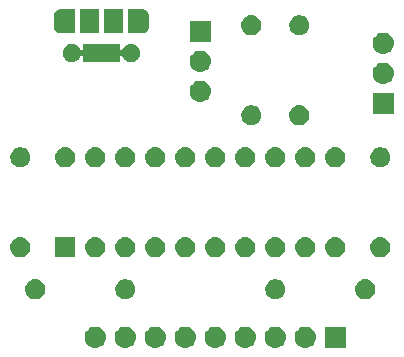
<source format=gbr>
G04 #@! TF.GenerationSoftware,KiCad,Pcbnew,(5.1.4)-1*
G04 #@! TF.CreationDate,2019-09-17T16:39:36-04:00*
G04 #@! TF.ProjectId,led_lock_ctrl,6c65645f-6c6f-4636-9b5f-6374726c2e6b,rev?*
G04 #@! TF.SameCoordinates,Original*
G04 #@! TF.FileFunction,Soldermask,Top*
G04 #@! TF.FilePolarity,Negative*
%FSLAX46Y46*%
G04 Gerber Fmt 4.6, Leading zero omitted, Abs format (unit mm)*
G04 Created by KiCad (PCBNEW (5.1.4)-1) date 2019-09-17 16:39:36*
%MOMM*%
%LPD*%
G04 APERTURE LIST*
%ADD10C,0.100000*%
G04 APERTURE END LIST*
D10*
G36*
X172576443Y-115691519D02*
G01*
X172642627Y-115698037D01*
X172812466Y-115749557D01*
X172968991Y-115833222D01*
X173004729Y-115862552D01*
X173106186Y-115945814D01*
X173189448Y-116047271D01*
X173218778Y-116083009D01*
X173302443Y-116239534D01*
X173353963Y-116409373D01*
X173371359Y-116586000D01*
X173353963Y-116762627D01*
X173302443Y-116932466D01*
X173218778Y-117088991D01*
X173189448Y-117124729D01*
X173106186Y-117226186D01*
X173004729Y-117309448D01*
X172968991Y-117338778D01*
X172812466Y-117422443D01*
X172642627Y-117473963D01*
X172576442Y-117480482D01*
X172510260Y-117487000D01*
X172421740Y-117487000D01*
X172355558Y-117480482D01*
X172289373Y-117473963D01*
X172119534Y-117422443D01*
X171963009Y-117338778D01*
X171927271Y-117309448D01*
X171825814Y-117226186D01*
X171742552Y-117124729D01*
X171713222Y-117088991D01*
X171629557Y-116932466D01*
X171578037Y-116762627D01*
X171560641Y-116586000D01*
X171578037Y-116409373D01*
X171629557Y-116239534D01*
X171713222Y-116083009D01*
X171742552Y-116047271D01*
X171825814Y-115945814D01*
X171927271Y-115862552D01*
X171963009Y-115833222D01*
X172119534Y-115749557D01*
X172289373Y-115698037D01*
X172355557Y-115691519D01*
X172421740Y-115685000D01*
X172510260Y-115685000D01*
X172576443Y-115691519D01*
X172576443Y-115691519D01*
G37*
G36*
X175116443Y-115691519D02*
G01*
X175182627Y-115698037D01*
X175352466Y-115749557D01*
X175508991Y-115833222D01*
X175544729Y-115862552D01*
X175646186Y-115945814D01*
X175729448Y-116047271D01*
X175758778Y-116083009D01*
X175842443Y-116239534D01*
X175893963Y-116409373D01*
X175911359Y-116586000D01*
X175893963Y-116762627D01*
X175842443Y-116932466D01*
X175758778Y-117088991D01*
X175729448Y-117124729D01*
X175646186Y-117226186D01*
X175544729Y-117309448D01*
X175508991Y-117338778D01*
X175352466Y-117422443D01*
X175182627Y-117473963D01*
X175116442Y-117480482D01*
X175050260Y-117487000D01*
X174961740Y-117487000D01*
X174895558Y-117480482D01*
X174829373Y-117473963D01*
X174659534Y-117422443D01*
X174503009Y-117338778D01*
X174467271Y-117309448D01*
X174365814Y-117226186D01*
X174282552Y-117124729D01*
X174253222Y-117088991D01*
X174169557Y-116932466D01*
X174118037Y-116762627D01*
X174100641Y-116586000D01*
X174118037Y-116409373D01*
X174169557Y-116239534D01*
X174253222Y-116083009D01*
X174282552Y-116047271D01*
X174365814Y-115945814D01*
X174467271Y-115862552D01*
X174503009Y-115833222D01*
X174659534Y-115749557D01*
X174829373Y-115698037D01*
X174895557Y-115691519D01*
X174961740Y-115685000D01*
X175050260Y-115685000D01*
X175116443Y-115691519D01*
X175116443Y-115691519D01*
G37*
G36*
X177656443Y-115691519D02*
G01*
X177722627Y-115698037D01*
X177892466Y-115749557D01*
X178048991Y-115833222D01*
X178084729Y-115862552D01*
X178186186Y-115945814D01*
X178269448Y-116047271D01*
X178298778Y-116083009D01*
X178382443Y-116239534D01*
X178433963Y-116409373D01*
X178451359Y-116586000D01*
X178433963Y-116762627D01*
X178382443Y-116932466D01*
X178298778Y-117088991D01*
X178269448Y-117124729D01*
X178186186Y-117226186D01*
X178084729Y-117309448D01*
X178048991Y-117338778D01*
X177892466Y-117422443D01*
X177722627Y-117473963D01*
X177656442Y-117480482D01*
X177590260Y-117487000D01*
X177501740Y-117487000D01*
X177435558Y-117480482D01*
X177369373Y-117473963D01*
X177199534Y-117422443D01*
X177043009Y-117338778D01*
X177007271Y-117309448D01*
X176905814Y-117226186D01*
X176822552Y-117124729D01*
X176793222Y-117088991D01*
X176709557Y-116932466D01*
X176658037Y-116762627D01*
X176640641Y-116586000D01*
X176658037Y-116409373D01*
X176709557Y-116239534D01*
X176793222Y-116083009D01*
X176822552Y-116047271D01*
X176905814Y-115945814D01*
X177007271Y-115862552D01*
X177043009Y-115833222D01*
X177199534Y-115749557D01*
X177369373Y-115698037D01*
X177435557Y-115691519D01*
X177501740Y-115685000D01*
X177590260Y-115685000D01*
X177656443Y-115691519D01*
X177656443Y-115691519D01*
G37*
G36*
X180196443Y-115691519D02*
G01*
X180262627Y-115698037D01*
X180432466Y-115749557D01*
X180588991Y-115833222D01*
X180624729Y-115862552D01*
X180726186Y-115945814D01*
X180809448Y-116047271D01*
X180838778Y-116083009D01*
X180922443Y-116239534D01*
X180973963Y-116409373D01*
X180991359Y-116586000D01*
X180973963Y-116762627D01*
X180922443Y-116932466D01*
X180838778Y-117088991D01*
X180809448Y-117124729D01*
X180726186Y-117226186D01*
X180624729Y-117309448D01*
X180588991Y-117338778D01*
X180432466Y-117422443D01*
X180262627Y-117473963D01*
X180196442Y-117480482D01*
X180130260Y-117487000D01*
X180041740Y-117487000D01*
X179975558Y-117480482D01*
X179909373Y-117473963D01*
X179739534Y-117422443D01*
X179583009Y-117338778D01*
X179547271Y-117309448D01*
X179445814Y-117226186D01*
X179362552Y-117124729D01*
X179333222Y-117088991D01*
X179249557Y-116932466D01*
X179198037Y-116762627D01*
X179180641Y-116586000D01*
X179198037Y-116409373D01*
X179249557Y-116239534D01*
X179333222Y-116083009D01*
X179362552Y-116047271D01*
X179445814Y-115945814D01*
X179547271Y-115862552D01*
X179583009Y-115833222D01*
X179739534Y-115749557D01*
X179909373Y-115698037D01*
X179975557Y-115691519D01*
X180041740Y-115685000D01*
X180130260Y-115685000D01*
X180196443Y-115691519D01*
X180196443Y-115691519D01*
G37*
G36*
X182736443Y-115691519D02*
G01*
X182802627Y-115698037D01*
X182972466Y-115749557D01*
X183128991Y-115833222D01*
X183164729Y-115862552D01*
X183266186Y-115945814D01*
X183349448Y-116047271D01*
X183378778Y-116083009D01*
X183462443Y-116239534D01*
X183513963Y-116409373D01*
X183531359Y-116586000D01*
X183513963Y-116762627D01*
X183462443Y-116932466D01*
X183378778Y-117088991D01*
X183349448Y-117124729D01*
X183266186Y-117226186D01*
X183164729Y-117309448D01*
X183128991Y-117338778D01*
X182972466Y-117422443D01*
X182802627Y-117473963D01*
X182736442Y-117480482D01*
X182670260Y-117487000D01*
X182581740Y-117487000D01*
X182515558Y-117480482D01*
X182449373Y-117473963D01*
X182279534Y-117422443D01*
X182123009Y-117338778D01*
X182087271Y-117309448D01*
X181985814Y-117226186D01*
X181902552Y-117124729D01*
X181873222Y-117088991D01*
X181789557Y-116932466D01*
X181738037Y-116762627D01*
X181720641Y-116586000D01*
X181738037Y-116409373D01*
X181789557Y-116239534D01*
X181873222Y-116083009D01*
X181902552Y-116047271D01*
X181985814Y-115945814D01*
X182087271Y-115862552D01*
X182123009Y-115833222D01*
X182279534Y-115749557D01*
X182449373Y-115698037D01*
X182515557Y-115691519D01*
X182581740Y-115685000D01*
X182670260Y-115685000D01*
X182736443Y-115691519D01*
X182736443Y-115691519D01*
G37*
G36*
X185276443Y-115691519D02*
G01*
X185342627Y-115698037D01*
X185512466Y-115749557D01*
X185668991Y-115833222D01*
X185704729Y-115862552D01*
X185806186Y-115945814D01*
X185889448Y-116047271D01*
X185918778Y-116083009D01*
X186002443Y-116239534D01*
X186053963Y-116409373D01*
X186071359Y-116586000D01*
X186053963Y-116762627D01*
X186002443Y-116932466D01*
X185918778Y-117088991D01*
X185889448Y-117124729D01*
X185806186Y-117226186D01*
X185704729Y-117309448D01*
X185668991Y-117338778D01*
X185512466Y-117422443D01*
X185342627Y-117473963D01*
X185276442Y-117480482D01*
X185210260Y-117487000D01*
X185121740Y-117487000D01*
X185055558Y-117480482D01*
X184989373Y-117473963D01*
X184819534Y-117422443D01*
X184663009Y-117338778D01*
X184627271Y-117309448D01*
X184525814Y-117226186D01*
X184442552Y-117124729D01*
X184413222Y-117088991D01*
X184329557Y-116932466D01*
X184278037Y-116762627D01*
X184260641Y-116586000D01*
X184278037Y-116409373D01*
X184329557Y-116239534D01*
X184413222Y-116083009D01*
X184442552Y-116047271D01*
X184525814Y-115945814D01*
X184627271Y-115862552D01*
X184663009Y-115833222D01*
X184819534Y-115749557D01*
X184989373Y-115698037D01*
X185055557Y-115691519D01*
X185121740Y-115685000D01*
X185210260Y-115685000D01*
X185276443Y-115691519D01*
X185276443Y-115691519D01*
G37*
G36*
X187816443Y-115691519D02*
G01*
X187882627Y-115698037D01*
X188052466Y-115749557D01*
X188208991Y-115833222D01*
X188244729Y-115862552D01*
X188346186Y-115945814D01*
X188429448Y-116047271D01*
X188458778Y-116083009D01*
X188542443Y-116239534D01*
X188593963Y-116409373D01*
X188611359Y-116586000D01*
X188593963Y-116762627D01*
X188542443Y-116932466D01*
X188458778Y-117088991D01*
X188429448Y-117124729D01*
X188346186Y-117226186D01*
X188244729Y-117309448D01*
X188208991Y-117338778D01*
X188052466Y-117422443D01*
X187882627Y-117473963D01*
X187816442Y-117480482D01*
X187750260Y-117487000D01*
X187661740Y-117487000D01*
X187595558Y-117480482D01*
X187529373Y-117473963D01*
X187359534Y-117422443D01*
X187203009Y-117338778D01*
X187167271Y-117309448D01*
X187065814Y-117226186D01*
X186982552Y-117124729D01*
X186953222Y-117088991D01*
X186869557Y-116932466D01*
X186818037Y-116762627D01*
X186800641Y-116586000D01*
X186818037Y-116409373D01*
X186869557Y-116239534D01*
X186953222Y-116083009D01*
X186982552Y-116047271D01*
X187065814Y-115945814D01*
X187167271Y-115862552D01*
X187203009Y-115833222D01*
X187359534Y-115749557D01*
X187529373Y-115698037D01*
X187595557Y-115691519D01*
X187661740Y-115685000D01*
X187750260Y-115685000D01*
X187816443Y-115691519D01*
X187816443Y-115691519D01*
G37*
G36*
X193687000Y-117487000D02*
G01*
X191885000Y-117487000D01*
X191885000Y-115685000D01*
X193687000Y-115685000D01*
X193687000Y-117487000D01*
X193687000Y-117487000D01*
G37*
G36*
X190356443Y-115691519D02*
G01*
X190422627Y-115698037D01*
X190592466Y-115749557D01*
X190748991Y-115833222D01*
X190784729Y-115862552D01*
X190886186Y-115945814D01*
X190969448Y-116047271D01*
X190998778Y-116083009D01*
X191082443Y-116239534D01*
X191133963Y-116409373D01*
X191151359Y-116586000D01*
X191133963Y-116762627D01*
X191082443Y-116932466D01*
X190998778Y-117088991D01*
X190969448Y-117124729D01*
X190886186Y-117226186D01*
X190784729Y-117309448D01*
X190748991Y-117338778D01*
X190592466Y-117422443D01*
X190422627Y-117473963D01*
X190356442Y-117480482D01*
X190290260Y-117487000D01*
X190201740Y-117487000D01*
X190135558Y-117480482D01*
X190069373Y-117473963D01*
X189899534Y-117422443D01*
X189743009Y-117338778D01*
X189707271Y-117309448D01*
X189605814Y-117226186D01*
X189522552Y-117124729D01*
X189493222Y-117088991D01*
X189409557Y-116932466D01*
X189358037Y-116762627D01*
X189340641Y-116586000D01*
X189358037Y-116409373D01*
X189409557Y-116239534D01*
X189493222Y-116083009D01*
X189522552Y-116047271D01*
X189605814Y-115945814D01*
X189707271Y-115862552D01*
X189743009Y-115833222D01*
X189899534Y-115749557D01*
X190069373Y-115698037D01*
X190135557Y-115691519D01*
X190201740Y-115685000D01*
X190290260Y-115685000D01*
X190356443Y-115691519D01*
X190356443Y-115691519D01*
G37*
G36*
X167552823Y-111683313D02*
G01*
X167713242Y-111731976D01*
X167780361Y-111767852D01*
X167861078Y-111810996D01*
X167990659Y-111917341D01*
X168097004Y-112046922D01*
X168097005Y-112046924D01*
X168176024Y-112194758D01*
X168224687Y-112355177D01*
X168241117Y-112522000D01*
X168224687Y-112688823D01*
X168176024Y-112849242D01*
X168135477Y-112925100D01*
X168097004Y-112997078D01*
X167990659Y-113126659D01*
X167861078Y-113233004D01*
X167861076Y-113233005D01*
X167713242Y-113312024D01*
X167552823Y-113360687D01*
X167427804Y-113373000D01*
X167344196Y-113373000D01*
X167219177Y-113360687D01*
X167058758Y-113312024D01*
X166910924Y-113233005D01*
X166910922Y-113233004D01*
X166781341Y-113126659D01*
X166674996Y-112997078D01*
X166636523Y-112925100D01*
X166595976Y-112849242D01*
X166547313Y-112688823D01*
X166530883Y-112522000D01*
X166547313Y-112355177D01*
X166595976Y-112194758D01*
X166674995Y-112046924D01*
X166674996Y-112046922D01*
X166781341Y-111917341D01*
X166910922Y-111810996D01*
X166991639Y-111767852D01*
X167058758Y-111731976D01*
X167219177Y-111683313D01*
X167344196Y-111671000D01*
X167427804Y-111671000D01*
X167552823Y-111683313D01*
X167552823Y-111683313D01*
G37*
G36*
X175254228Y-111703703D02*
G01*
X175409100Y-111767853D01*
X175548481Y-111860985D01*
X175667015Y-111979519D01*
X175760147Y-112118900D01*
X175824297Y-112273772D01*
X175857000Y-112438184D01*
X175857000Y-112605816D01*
X175824297Y-112770228D01*
X175760147Y-112925100D01*
X175667015Y-113064481D01*
X175548481Y-113183015D01*
X175409100Y-113276147D01*
X175254228Y-113340297D01*
X175089816Y-113373000D01*
X174922184Y-113373000D01*
X174757772Y-113340297D01*
X174602900Y-113276147D01*
X174463519Y-113183015D01*
X174344985Y-113064481D01*
X174251853Y-112925100D01*
X174187703Y-112770228D01*
X174155000Y-112605816D01*
X174155000Y-112438184D01*
X174187703Y-112273772D01*
X174251853Y-112118900D01*
X174344985Y-111979519D01*
X174463519Y-111860985D01*
X174602900Y-111767853D01*
X174757772Y-111703703D01*
X174922184Y-111671000D01*
X175089816Y-111671000D01*
X175254228Y-111703703D01*
X175254228Y-111703703D01*
G37*
G36*
X187954228Y-111703703D02*
G01*
X188109100Y-111767853D01*
X188248481Y-111860985D01*
X188367015Y-111979519D01*
X188460147Y-112118900D01*
X188524297Y-112273772D01*
X188557000Y-112438184D01*
X188557000Y-112605816D01*
X188524297Y-112770228D01*
X188460147Y-112925100D01*
X188367015Y-113064481D01*
X188248481Y-113183015D01*
X188109100Y-113276147D01*
X187954228Y-113340297D01*
X187789816Y-113373000D01*
X187622184Y-113373000D01*
X187457772Y-113340297D01*
X187302900Y-113276147D01*
X187163519Y-113183015D01*
X187044985Y-113064481D01*
X186951853Y-112925100D01*
X186887703Y-112770228D01*
X186855000Y-112605816D01*
X186855000Y-112438184D01*
X186887703Y-112273772D01*
X186951853Y-112118900D01*
X187044985Y-111979519D01*
X187163519Y-111860985D01*
X187302900Y-111767853D01*
X187457772Y-111703703D01*
X187622184Y-111671000D01*
X187789816Y-111671000D01*
X187954228Y-111703703D01*
X187954228Y-111703703D01*
G37*
G36*
X195492823Y-111683313D02*
G01*
X195653242Y-111731976D01*
X195720361Y-111767852D01*
X195801078Y-111810996D01*
X195930659Y-111917341D01*
X196037004Y-112046922D01*
X196037005Y-112046924D01*
X196116024Y-112194758D01*
X196164687Y-112355177D01*
X196181117Y-112522000D01*
X196164687Y-112688823D01*
X196116024Y-112849242D01*
X196075477Y-112925100D01*
X196037004Y-112997078D01*
X195930659Y-113126659D01*
X195801078Y-113233004D01*
X195801076Y-113233005D01*
X195653242Y-113312024D01*
X195492823Y-113360687D01*
X195367804Y-113373000D01*
X195284196Y-113373000D01*
X195159177Y-113360687D01*
X194998758Y-113312024D01*
X194850924Y-113233005D01*
X194850922Y-113233004D01*
X194721341Y-113126659D01*
X194614996Y-112997078D01*
X194576523Y-112925100D01*
X194535976Y-112849242D01*
X194487313Y-112688823D01*
X194470883Y-112522000D01*
X194487313Y-112355177D01*
X194535976Y-112194758D01*
X194614995Y-112046924D01*
X194614996Y-112046922D01*
X194721341Y-111917341D01*
X194850922Y-111810996D01*
X194931639Y-111767852D01*
X194998758Y-111731976D01*
X195159177Y-111683313D01*
X195284196Y-111671000D01*
X195367804Y-111671000D01*
X195492823Y-111683313D01*
X195492823Y-111683313D01*
G37*
G36*
X185332823Y-108127313D02*
G01*
X185493242Y-108175976D01*
X185625906Y-108246886D01*
X185641078Y-108254996D01*
X185770659Y-108361341D01*
X185877004Y-108490922D01*
X185877005Y-108490924D01*
X185956024Y-108638758D01*
X186004687Y-108799177D01*
X186021117Y-108966000D01*
X186004687Y-109132823D01*
X185956024Y-109293242D01*
X185885114Y-109425906D01*
X185877004Y-109441078D01*
X185770659Y-109570659D01*
X185641078Y-109677004D01*
X185641076Y-109677005D01*
X185493242Y-109756024D01*
X185332823Y-109804687D01*
X185207804Y-109817000D01*
X185124196Y-109817000D01*
X184999177Y-109804687D01*
X184838758Y-109756024D01*
X184690924Y-109677005D01*
X184690922Y-109677004D01*
X184561341Y-109570659D01*
X184454996Y-109441078D01*
X184446886Y-109425906D01*
X184375976Y-109293242D01*
X184327313Y-109132823D01*
X184310883Y-108966000D01*
X184327313Y-108799177D01*
X184375976Y-108638758D01*
X184454995Y-108490924D01*
X184454996Y-108490922D01*
X184561341Y-108361341D01*
X184690922Y-108254996D01*
X184706094Y-108246886D01*
X184838758Y-108175976D01*
X184999177Y-108127313D01*
X185124196Y-108115000D01*
X185207804Y-108115000D01*
X185332823Y-108127313D01*
X185332823Y-108127313D01*
G37*
G36*
X172632823Y-108127313D02*
G01*
X172793242Y-108175976D01*
X172925906Y-108246886D01*
X172941078Y-108254996D01*
X173070659Y-108361341D01*
X173177004Y-108490922D01*
X173177005Y-108490924D01*
X173256024Y-108638758D01*
X173304687Y-108799177D01*
X173321117Y-108966000D01*
X173304687Y-109132823D01*
X173256024Y-109293242D01*
X173185114Y-109425906D01*
X173177004Y-109441078D01*
X173070659Y-109570659D01*
X172941078Y-109677004D01*
X172941076Y-109677005D01*
X172793242Y-109756024D01*
X172632823Y-109804687D01*
X172507804Y-109817000D01*
X172424196Y-109817000D01*
X172299177Y-109804687D01*
X172138758Y-109756024D01*
X171990924Y-109677005D01*
X171990922Y-109677004D01*
X171861341Y-109570659D01*
X171754996Y-109441078D01*
X171746886Y-109425906D01*
X171675976Y-109293242D01*
X171627313Y-109132823D01*
X171610883Y-108966000D01*
X171627313Y-108799177D01*
X171675976Y-108638758D01*
X171754995Y-108490924D01*
X171754996Y-108490922D01*
X171861341Y-108361341D01*
X171990922Y-108254996D01*
X172006094Y-108246886D01*
X172138758Y-108175976D01*
X172299177Y-108127313D01*
X172424196Y-108115000D01*
X172507804Y-108115000D01*
X172632823Y-108127313D01*
X172632823Y-108127313D01*
G37*
G36*
X175172823Y-108127313D02*
G01*
X175333242Y-108175976D01*
X175465906Y-108246886D01*
X175481078Y-108254996D01*
X175610659Y-108361341D01*
X175717004Y-108490922D01*
X175717005Y-108490924D01*
X175796024Y-108638758D01*
X175844687Y-108799177D01*
X175861117Y-108966000D01*
X175844687Y-109132823D01*
X175796024Y-109293242D01*
X175725114Y-109425906D01*
X175717004Y-109441078D01*
X175610659Y-109570659D01*
X175481078Y-109677004D01*
X175481076Y-109677005D01*
X175333242Y-109756024D01*
X175172823Y-109804687D01*
X175047804Y-109817000D01*
X174964196Y-109817000D01*
X174839177Y-109804687D01*
X174678758Y-109756024D01*
X174530924Y-109677005D01*
X174530922Y-109677004D01*
X174401341Y-109570659D01*
X174294996Y-109441078D01*
X174286886Y-109425906D01*
X174215976Y-109293242D01*
X174167313Y-109132823D01*
X174150883Y-108966000D01*
X174167313Y-108799177D01*
X174215976Y-108638758D01*
X174294995Y-108490924D01*
X174294996Y-108490922D01*
X174401341Y-108361341D01*
X174530922Y-108254996D01*
X174546094Y-108246886D01*
X174678758Y-108175976D01*
X174839177Y-108127313D01*
X174964196Y-108115000D01*
X175047804Y-108115000D01*
X175172823Y-108127313D01*
X175172823Y-108127313D01*
G37*
G36*
X177712823Y-108127313D02*
G01*
X177873242Y-108175976D01*
X178005906Y-108246886D01*
X178021078Y-108254996D01*
X178150659Y-108361341D01*
X178257004Y-108490922D01*
X178257005Y-108490924D01*
X178336024Y-108638758D01*
X178384687Y-108799177D01*
X178401117Y-108966000D01*
X178384687Y-109132823D01*
X178336024Y-109293242D01*
X178265114Y-109425906D01*
X178257004Y-109441078D01*
X178150659Y-109570659D01*
X178021078Y-109677004D01*
X178021076Y-109677005D01*
X177873242Y-109756024D01*
X177712823Y-109804687D01*
X177587804Y-109817000D01*
X177504196Y-109817000D01*
X177379177Y-109804687D01*
X177218758Y-109756024D01*
X177070924Y-109677005D01*
X177070922Y-109677004D01*
X176941341Y-109570659D01*
X176834996Y-109441078D01*
X176826886Y-109425906D01*
X176755976Y-109293242D01*
X176707313Y-109132823D01*
X176690883Y-108966000D01*
X176707313Y-108799177D01*
X176755976Y-108638758D01*
X176834995Y-108490924D01*
X176834996Y-108490922D01*
X176941341Y-108361341D01*
X177070922Y-108254996D01*
X177086094Y-108246886D01*
X177218758Y-108175976D01*
X177379177Y-108127313D01*
X177504196Y-108115000D01*
X177587804Y-108115000D01*
X177712823Y-108127313D01*
X177712823Y-108127313D01*
G37*
G36*
X180252823Y-108127313D02*
G01*
X180413242Y-108175976D01*
X180545906Y-108246886D01*
X180561078Y-108254996D01*
X180690659Y-108361341D01*
X180797004Y-108490922D01*
X180797005Y-108490924D01*
X180876024Y-108638758D01*
X180924687Y-108799177D01*
X180941117Y-108966000D01*
X180924687Y-109132823D01*
X180876024Y-109293242D01*
X180805114Y-109425906D01*
X180797004Y-109441078D01*
X180690659Y-109570659D01*
X180561078Y-109677004D01*
X180561076Y-109677005D01*
X180413242Y-109756024D01*
X180252823Y-109804687D01*
X180127804Y-109817000D01*
X180044196Y-109817000D01*
X179919177Y-109804687D01*
X179758758Y-109756024D01*
X179610924Y-109677005D01*
X179610922Y-109677004D01*
X179481341Y-109570659D01*
X179374996Y-109441078D01*
X179366886Y-109425906D01*
X179295976Y-109293242D01*
X179247313Y-109132823D01*
X179230883Y-108966000D01*
X179247313Y-108799177D01*
X179295976Y-108638758D01*
X179374995Y-108490924D01*
X179374996Y-108490922D01*
X179481341Y-108361341D01*
X179610922Y-108254996D01*
X179626094Y-108246886D01*
X179758758Y-108175976D01*
X179919177Y-108127313D01*
X180044196Y-108115000D01*
X180127804Y-108115000D01*
X180252823Y-108127313D01*
X180252823Y-108127313D01*
G37*
G36*
X170777000Y-109817000D02*
G01*
X169075000Y-109817000D01*
X169075000Y-108115000D01*
X170777000Y-108115000D01*
X170777000Y-109817000D01*
X170777000Y-109817000D01*
G37*
G36*
X166282823Y-108127313D02*
G01*
X166443242Y-108175976D01*
X166575906Y-108246886D01*
X166591078Y-108254996D01*
X166720659Y-108361341D01*
X166827004Y-108490922D01*
X166827005Y-108490924D01*
X166906024Y-108638758D01*
X166954687Y-108799177D01*
X166971117Y-108966000D01*
X166954687Y-109132823D01*
X166906024Y-109293242D01*
X166835114Y-109425906D01*
X166827004Y-109441078D01*
X166720659Y-109570659D01*
X166591078Y-109677004D01*
X166591076Y-109677005D01*
X166443242Y-109756024D01*
X166282823Y-109804687D01*
X166157804Y-109817000D01*
X166074196Y-109817000D01*
X165949177Y-109804687D01*
X165788758Y-109756024D01*
X165640924Y-109677005D01*
X165640922Y-109677004D01*
X165511341Y-109570659D01*
X165404996Y-109441078D01*
X165396886Y-109425906D01*
X165325976Y-109293242D01*
X165277313Y-109132823D01*
X165260883Y-108966000D01*
X165277313Y-108799177D01*
X165325976Y-108638758D01*
X165404995Y-108490924D01*
X165404996Y-108490922D01*
X165511341Y-108361341D01*
X165640922Y-108254996D01*
X165656094Y-108246886D01*
X165788758Y-108175976D01*
X165949177Y-108127313D01*
X166074196Y-108115000D01*
X166157804Y-108115000D01*
X166282823Y-108127313D01*
X166282823Y-108127313D01*
G37*
G36*
X196762823Y-108127313D02*
G01*
X196923242Y-108175976D01*
X197055906Y-108246886D01*
X197071078Y-108254996D01*
X197200659Y-108361341D01*
X197307004Y-108490922D01*
X197307005Y-108490924D01*
X197386024Y-108638758D01*
X197434687Y-108799177D01*
X197451117Y-108966000D01*
X197434687Y-109132823D01*
X197386024Y-109293242D01*
X197315114Y-109425906D01*
X197307004Y-109441078D01*
X197200659Y-109570659D01*
X197071078Y-109677004D01*
X197071076Y-109677005D01*
X196923242Y-109756024D01*
X196762823Y-109804687D01*
X196637804Y-109817000D01*
X196554196Y-109817000D01*
X196429177Y-109804687D01*
X196268758Y-109756024D01*
X196120924Y-109677005D01*
X196120922Y-109677004D01*
X195991341Y-109570659D01*
X195884996Y-109441078D01*
X195876886Y-109425906D01*
X195805976Y-109293242D01*
X195757313Y-109132823D01*
X195740883Y-108966000D01*
X195757313Y-108799177D01*
X195805976Y-108638758D01*
X195884995Y-108490924D01*
X195884996Y-108490922D01*
X195991341Y-108361341D01*
X196120922Y-108254996D01*
X196136094Y-108246886D01*
X196268758Y-108175976D01*
X196429177Y-108127313D01*
X196554196Y-108115000D01*
X196637804Y-108115000D01*
X196762823Y-108127313D01*
X196762823Y-108127313D01*
G37*
G36*
X190412823Y-108127313D02*
G01*
X190573242Y-108175976D01*
X190705906Y-108246886D01*
X190721078Y-108254996D01*
X190850659Y-108361341D01*
X190957004Y-108490922D01*
X190957005Y-108490924D01*
X191036024Y-108638758D01*
X191084687Y-108799177D01*
X191101117Y-108966000D01*
X191084687Y-109132823D01*
X191036024Y-109293242D01*
X190965114Y-109425906D01*
X190957004Y-109441078D01*
X190850659Y-109570659D01*
X190721078Y-109677004D01*
X190721076Y-109677005D01*
X190573242Y-109756024D01*
X190412823Y-109804687D01*
X190287804Y-109817000D01*
X190204196Y-109817000D01*
X190079177Y-109804687D01*
X189918758Y-109756024D01*
X189770924Y-109677005D01*
X189770922Y-109677004D01*
X189641341Y-109570659D01*
X189534996Y-109441078D01*
X189526886Y-109425906D01*
X189455976Y-109293242D01*
X189407313Y-109132823D01*
X189390883Y-108966000D01*
X189407313Y-108799177D01*
X189455976Y-108638758D01*
X189534995Y-108490924D01*
X189534996Y-108490922D01*
X189641341Y-108361341D01*
X189770922Y-108254996D01*
X189786094Y-108246886D01*
X189918758Y-108175976D01*
X190079177Y-108127313D01*
X190204196Y-108115000D01*
X190287804Y-108115000D01*
X190412823Y-108127313D01*
X190412823Y-108127313D01*
G37*
G36*
X187872823Y-108127313D02*
G01*
X188033242Y-108175976D01*
X188165906Y-108246886D01*
X188181078Y-108254996D01*
X188310659Y-108361341D01*
X188417004Y-108490922D01*
X188417005Y-108490924D01*
X188496024Y-108638758D01*
X188544687Y-108799177D01*
X188561117Y-108966000D01*
X188544687Y-109132823D01*
X188496024Y-109293242D01*
X188425114Y-109425906D01*
X188417004Y-109441078D01*
X188310659Y-109570659D01*
X188181078Y-109677004D01*
X188181076Y-109677005D01*
X188033242Y-109756024D01*
X187872823Y-109804687D01*
X187747804Y-109817000D01*
X187664196Y-109817000D01*
X187539177Y-109804687D01*
X187378758Y-109756024D01*
X187230924Y-109677005D01*
X187230922Y-109677004D01*
X187101341Y-109570659D01*
X186994996Y-109441078D01*
X186986886Y-109425906D01*
X186915976Y-109293242D01*
X186867313Y-109132823D01*
X186850883Y-108966000D01*
X186867313Y-108799177D01*
X186915976Y-108638758D01*
X186994995Y-108490924D01*
X186994996Y-108490922D01*
X187101341Y-108361341D01*
X187230922Y-108254996D01*
X187246094Y-108246886D01*
X187378758Y-108175976D01*
X187539177Y-108127313D01*
X187664196Y-108115000D01*
X187747804Y-108115000D01*
X187872823Y-108127313D01*
X187872823Y-108127313D01*
G37*
G36*
X182792823Y-108127313D02*
G01*
X182953242Y-108175976D01*
X183085906Y-108246886D01*
X183101078Y-108254996D01*
X183230659Y-108361341D01*
X183337004Y-108490922D01*
X183337005Y-108490924D01*
X183416024Y-108638758D01*
X183464687Y-108799177D01*
X183481117Y-108966000D01*
X183464687Y-109132823D01*
X183416024Y-109293242D01*
X183345114Y-109425906D01*
X183337004Y-109441078D01*
X183230659Y-109570659D01*
X183101078Y-109677004D01*
X183101076Y-109677005D01*
X182953242Y-109756024D01*
X182792823Y-109804687D01*
X182667804Y-109817000D01*
X182584196Y-109817000D01*
X182459177Y-109804687D01*
X182298758Y-109756024D01*
X182150924Y-109677005D01*
X182150922Y-109677004D01*
X182021341Y-109570659D01*
X181914996Y-109441078D01*
X181906886Y-109425906D01*
X181835976Y-109293242D01*
X181787313Y-109132823D01*
X181770883Y-108966000D01*
X181787313Y-108799177D01*
X181835976Y-108638758D01*
X181914995Y-108490924D01*
X181914996Y-108490922D01*
X182021341Y-108361341D01*
X182150922Y-108254996D01*
X182166094Y-108246886D01*
X182298758Y-108175976D01*
X182459177Y-108127313D01*
X182584196Y-108115000D01*
X182667804Y-108115000D01*
X182792823Y-108127313D01*
X182792823Y-108127313D01*
G37*
G36*
X192952823Y-108127313D02*
G01*
X193113242Y-108175976D01*
X193245906Y-108246886D01*
X193261078Y-108254996D01*
X193390659Y-108361341D01*
X193497004Y-108490922D01*
X193497005Y-108490924D01*
X193576024Y-108638758D01*
X193624687Y-108799177D01*
X193641117Y-108966000D01*
X193624687Y-109132823D01*
X193576024Y-109293242D01*
X193505114Y-109425906D01*
X193497004Y-109441078D01*
X193390659Y-109570659D01*
X193261078Y-109677004D01*
X193261076Y-109677005D01*
X193113242Y-109756024D01*
X192952823Y-109804687D01*
X192827804Y-109817000D01*
X192744196Y-109817000D01*
X192619177Y-109804687D01*
X192458758Y-109756024D01*
X192310924Y-109677005D01*
X192310922Y-109677004D01*
X192181341Y-109570659D01*
X192074996Y-109441078D01*
X192066886Y-109425906D01*
X191995976Y-109293242D01*
X191947313Y-109132823D01*
X191930883Y-108966000D01*
X191947313Y-108799177D01*
X191995976Y-108638758D01*
X192074995Y-108490924D01*
X192074996Y-108490922D01*
X192181341Y-108361341D01*
X192310922Y-108254996D01*
X192326094Y-108246886D01*
X192458758Y-108175976D01*
X192619177Y-108127313D01*
X192744196Y-108115000D01*
X192827804Y-108115000D01*
X192952823Y-108127313D01*
X192952823Y-108127313D01*
G37*
G36*
X182792823Y-100507313D02*
G01*
X182953242Y-100555976D01*
X183020361Y-100591852D01*
X183101078Y-100634996D01*
X183230659Y-100741341D01*
X183337004Y-100870922D01*
X183337005Y-100870924D01*
X183416024Y-101018758D01*
X183464687Y-101179177D01*
X183481117Y-101346000D01*
X183464687Y-101512823D01*
X183416024Y-101673242D01*
X183375477Y-101749100D01*
X183337004Y-101821078D01*
X183230659Y-101950659D01*
X183101078Y-102057004D01*
X183101076Y-102057005D01*
X182953242Y-102136024D01*
X182792823Y-102184687D01*
X182667804Y-102197000D01*
X182584196Y-102197000D01*
X182459177Y-102184687D01*
X182298758Y-102136024D01*
X182150924Y-102057005D01*
X182150922Y-102057004D01*
X182021341Y-101950659D01*
X181914996Y-101821078D01*
X181876523Y-101749100D01*
X181835976Y-101673242D01*
X181787313Y-101512823D01*
X181770883Y-101346000D01*
X181787313Y-101179177D01*
X181835976Y-101018758D01*
X181914995Y-100870924D01*
X181914996Y-100870922D01*
X182021341Y-100741341D01*
X182150922Y-100634996D01*
X182231639Y-100591852D01*
X182298758Y-100555976D01*
X182459177Y-100507313D01*
X182584196Y-100495000D01*
X182667804Y-100495000D01*
X182792823Y-100507313D01*
X182792823Y-100507313D01*
G37*
G36*
X166364228Y-100527703D02*
G01*
X166519100Y-100591853D01*
X166658481Y-100684985D01*
X166777015Y-100803519D01*
X166870147Y-100942900D01*
X166934297Y-101097772D01*
X166967000Y-101262184D01*
X166967000Y-101429816D01*
X166934297Y-101594228D01*
X166870147Y-101749100D01*
X166777015Y-101888481D01*
X166658481Y-102007015D01*
X166519100Y-102100147D01*
X166364228Y-102164297D01*
X166199816Y-102197000D01*
X166032184Y-102197000D01*
X165867772Y-102164297D01*
X165712900Y-102100147D01*
X165573519Y-102007015D01*
X165454985Y-101888481D01*
X165361853Y-101749100D01*
X165297703Y-101594228D01*
X165265000Y-101429816D01*
X165265000Y-101262184D01*
X165297703Y-101097772D01*
X165361853Y-100942900D01*
X165454985Y-100803519D01*
X165573519Y-100684985D01*
X165712900Y-100591853D01*
X165867772Y-100527703D01*
X166032184Y-100495000D01*
X166199816Y-100495000D01*
X166364228Y-100527703D01*
X166364228Y-100527703D01*
G37*
G36*
X170092823Y-100507313D02*
G01*
X170253242Y-100555976D01*
X170320361Y-100591852D01*
X170401078Y-100634996D01*
X170530659Y-100741341D01*
X170637004Y-100870922D01*
X170637005Y-100870924D01*
X170716024Y-101018758D01*
X170764687Y-101179177D01*
X170781117Y-101346000D01*
X170764687Y-101512823D01*
X170716024Y-101673242D01*
X170675477Y-101749100D01*
X170637004Y-101821078D01*
X170530659Y-101950659D01*
X170401078Y-102057004D01*
X170401076Y-102057005D01*
X170253242Y-102136024D01*
X170092823Y-102184687D01*
X169967804Y-102197000D01*
X169884196Y-102197000D01*
X169759177Y-102184687D01*
X169598758Y-102136024D01*
X169450924Y-102057005D01*
X169450922Y-102057004D01*
X169321341Y-101950659D01*
X169214996Y-101821078D01*
X169176523Y-101749100D01*
X169135976Y-101673242D01*
X169087313Y-101512823D01*
X169070883Y-101346000D01*
X169087313Y-101179177D01*
X169135976Y-101018758D01*
X169214995Y-100870924D01*
X169214996Y-100870922D01*
X169321341Y-100741341D01*
X169450922Y-100634996D01*
X169531639Y-100591852D01*
X169598758Y-100555976D01*
X169759177Y-100507313D01*
X169884196Y-100495000D01*
X169967804Y-100495000D01*
X170092823Y-100507313D01*
X170092823Y-100507313D01*
G37*
G36*
X172632823Y-100507313D02*
G01*
X172793242Y-100555976D01*
X172860361Y-100591852D01*
X172941078Y-100634996D01*
X173070659Y-100741341D01*
X173177004Y-100870922D01*
X173177005Y-100870924D01*
X173256024Y-101018758D01*
X173304687Y-101179177D01*
X173321117Y-101346000D01*
X173304687Y-101512823D01*
X173256024Y-101673242D01*
X173215477Y-101749100D01*
X173177004Y-101821078D01*
X173070659Y-101950659D01*
X172941078Y-102057004D01*
X172941076Y-102057005D01*
X172793242Y-102136024D01*
X172632823Y-102184687D01*
X172507804Y-102197000D01*
X172424196Y-102197000D01*
X172299177Y-102184687D01*
X172138758Y-102136024D01*
X171990924Y-102057005D01*
X171990922Y-102057004D01*
X171861341Y-101950659D01*
X171754996Y-101821078D01*
X171716523Y-101749100D01*
X171675976Y-101673242D01*
X171627313Y-101512823D01*
X171610883Y-101346000D01*
X171627313Y-101179177D01*
X171675976Y-101018758D01*
X171754995Y-100870924D01*
X171754996Y-100870922D01*
X171861341Y-100741341D01*
X171990922Y-100634996D01*
X172071639Y-100591852D01*
X172138758Y-100555976D01*
X172299177Y-100507313D01*
X172424196Y-100495000D01*
X172507804Y-100495000D01*
X172632823Y-100507313D01*
X172632823Y-100507313D01*
G37*
G36*
X175172823Y-100507313D02*
G01*
X175333242Y-100555976D01*
X175400361Y-100591852D01*
X175481078Y-100634996D01*
X175610659Y-100741341D01*
X175717004Y-100870922D01*
X175717005Y-100870924D01*
X175796024Y-101018758D01*
X175844687Y-101179177D01*
X175861117Y-101346000D01*
X175844687Y-101512823D01*
X175796024Y-101673242D01*
X175755477Y-101749100D01*
X175717004Y-101821078D01*
X175610659Y-101950659D01*
X175481078Y-102057004D01*
X175481076Y-102057005D01*
X175333242Y-102136024D01*
X175172823Y-102184687D01*
X175047804Y-102197000D01*
X174964196Y-102197000D01*
X174839177Y-102184687D01*
X174678758Y-102136024D01*
X174530924Y-102057005D01*
X174530922Y-102057004D01*
X174401341Y-101950659D01*
X174294996Y-101821078D01*
X174256523Y-101749100D01*
X174215976Y-101673242D01*
X174167313Y-101512823D01*
X174150883Y-101346000D01*
X174167313Y-101179177D01*
X174215976Y-101018758D01*
X174294995Y-100870924D01*
X174294996Y-100870922D01*
X174401341Y-100741341D01*
X174530922Y-100634996D01*
X174611639Y-100591852D01*
X174678758Y-100555976D01*
X174839177Y-100507313D01*
X174964196Y-100495000D01*
X175047804Y-100495000D01*
X175172823Y-100507313D01*
X175172823Y-100507313D01*
G37*
G36*
X192952823Y-100507313D02*
G01*
X193113242Y-100555976D01*
X193180361Y-100591852D01*
X193261078Y-100634996D01*
X193390659Y-100741341D01*
X193497004Y-100870922D01*
X193497005Y-100870924D01*
X193576024Y-101018758D01*
X193624687Y-101179177D01*
X193641117Y-101346000D01*
X193624687Y-101512823D01*
X193576024Y-101673242D01*
X193535477Y-101749100D01*
X193497004Y-101821078D01*
X193390659Y-101950659D01*
X193261078Y-102057004D01*
X193261076Y-102057005D01*
X193113242Y-102136024D01*
X192952823Y-102184687D01*
X192827804Y-102197000D01*
X192744196Y-102197000D01*
X192619177Y-102184687D01*
X192458758Y-102136024D01*
X192310924Y-102057005D01*
X192310922Y-102057004D01*
X192181341Y-101950659D01*
X192074996Y-101821078D01*
X192036523Y-101749100D01*
X191995976Y-101673242D01*
X191947313Y-101512823D01*
X191930883Y-101346000D01*
X191947313Y-101179177D01*
X191995976Y-101018758D01*
X192074995Y-100870924D01*
X192074996Y-100870922D01*
X192181341Y-100741341D01*
X192310922Y-100634996D01*
X192391639Y-100591852D01*
X192458758Y-100555976D01*
X192619177Y-100507313D01*
X192744196Y-100495000D01*
X192827804Y-100495000D01*
X192952823Y-100507313D01*
X192952823Y-100507313D01*
G37*
G36*
X187872823Y-100507313D02*
G01*
X188033242Y-100555976D01*
X188100361Y-100591852D01*
X188181078Y-100634996D01*
X188310659Y-100741341D01*
X188417004Y-100870922D01*
X188417005Y-100870924D01*
X188496024Y-101018758D01*
X188544687Y-101179177D01*
X188561117Y-101346000D01*
X188544687Y-101512823D01*
X188496024Y-101673242D01*
X188455477Y-101749100D01*
X188417004Y-101821078D01*
X188310659Y-101950659D01*
X188181078Y-102057004D01*
X188181076Y-102057005D01*
X188033242Y-102136024D01*
X187872823Y-102184687D01*
X187747804Y-102197000D01*
X187664196Y-102197000D01*
X187539177Y-102184687D01*
X187378758Y-102136024D01*
X187230924Y-102057005D01*
X187230922Y-102057004D01*
X187101341Y-101950659D01*
X186994996Y-101821078D01*
X186956523Y-101749100D01*
X186915976Y-101673242D01*
X186867313Y-101512823D01*
X186850883Y-101346000D01*
X186867313Y-101179177D01*
X186915976Y-101018758D01*
X186994995Y-100870924D01*
X186994996Y-100870922D01*
X187101341Y-100741341D01*
X187230922Y-100634996D01*
X187311639Y-100591852D01*
X187378758Y-100555976D01*
X187539177Y-100507313D01*
X187664196Y-100495000D01*
X187747804Y-100495000D01*
X187872823Y-100507313D01*
X187872823Y-100507313D01*
G37*
G36*
X185332823Y-100507313D02*
G01*
X185493242Y-100555976D01*
X185560361Y-100591852D01*
X185641078Y-100634996D01*
X185770659Y-100741341D01*
X185877004Y-100870922D01*
X185877005Y-100870924D01*
X185956024Y-101018758D01*
X186004687Y-101179177D01*
X186021117Y-101346000D01*
X186004687Y-101512823D01*
X185956024Y-101673242D01*
X185915477Y-101749100D01*
X185877004Y-101821078D01*
X185770659Y-101950659D01*
X185641078Y-102057004D01*
X185641076Y-102057005D01*
X185493242Y-102136024D01*
X185332823Y-102184687D01*
X185207804Y-102197000D01*
X185124196Y-102197000D01*
X184999177Y-102184687D01*
X184838758Y-102136024D01*
X184690924Y-102057005D01*
X184690922Y-102057004D01*
X184561341Y-101950659D01*
X184454996Y-101821078D01*
X184416523Y-101749100D01*
X184375976Y-101673242D01*
X184327313Y-101512823D01*
X184310883Y-101346000D01*
X184327313Y-101179177D01*
X184375976Y-101018758D01*
X184454995Y-100870924D01*
X184454996Y-100870922D01*
X184561341Y-100741341D01*
X184690922Y-100634996D01*
X184771639Y-100591852D01*
X184838758Y-100555976D01*
X184999177Y-100507313D01*
X185124196Y-100495000D01*
X185207804Y-100495000D01*
X185332823Y-100507313D01*
X185332823Y-100507313D01*
G37*
G36*
X180252823Y-100507313D02*
G01*
X180413242Y-100555976D01*
X180480361Y-100591852D01*
X180561078Y-100634996D01*
X180690659Y-100741341D01*
X180797004Y-100870922D01*
X180797005Y-100870924D01*
X180876024Y-101018758D01*
X180924687Y-101179177D01*
X180941117Y-101346000D01*
X180924687Y-101512823D01*
X180876024Y-101673242D01*
X180835477Y-101749100D01*
X180797004Y-101821078D01*
X180690659Y-101950659D01*
X180561078Y-102057004D01*
X180561076Y-102057005D01*
X180413242Y-102136024D01*
X180252823Y-102184687D01*
X180127804Y-102197000D01*
X180044196Y-102197000D01*
X179919177Y-102184687D01*
X179758758Y-102136024D01*
X179610924Y-102057005D01*
X179610922Y-102057004D01*
X179481341Y-101950659D01*
X179374996Y-101821078D01*
X179336523Y-101749100D01*
X179295976Y-101673242D01*
X179247313Y-101512823D01*
X179230883Y-101346000D01*
X179247313Y-101179177D01*
X179295976Y-101018758D01*
X179374995Y-100870924D01*
X179374996Y-100870922D01*
X179481341Y-100741341D01*
X179610922Y-100634996D01*
X179691639Y-100591852D01*
X179758758Y-100555976D01*
X179919177Y-100507313D01*
X180044196Y-100495000D01*
X180127804Y-100495000D01*
X180252823Y-100507313D01*
X180252823Y-100507313D01*
G37*
G36*
X196844228Y-100527703D02*
G01*
X196999100Y-100591853D01*
X197138481Y-100684985D01*
X197257015Y-100803519D01*
X197350147Y-100942900D01*
X197414297Y-101097772D01*
X197447000Y-101262184D01*
X197447000Y-101429816D01*
X197414297Y-101594228D01*
X197350147Y-101749100D01*
X197257015Y-101888481D01*
X197138481Y-102007015D01*
X196999100Y-102100147D01*
X196844228Y-102164297D01*
X196679816Y-102197000D01*
X196512184Y-102197000D01*
X196347772Y-102164297D01*
X196192900Y-102100147D01*
X196053519Y-102007015D01*
X195934985Y-101888481D01*
X195841853Y-101749100D01*
X195777703Y-101594228D01*
X195745000Y-101429816D01*
X195745000Y-101262184D01*
X195777703Y-101097772D01*
X195841853Y-100942900D01*
X195934985Y-100803519D01*
X196053519Y-100684985D01*
X196192900Y-100591853D01*
X196347772Y-100527703D01*
X196512184Y-100495000D01*
X196679816Y-100495000D01*
X196844228Y-100527703D01*
X196844228Y-100527703D01*
G37*
G36*
X177712823Y-100507313D02*
G01*
X177873242Y-100555976D01*
X177940361Y-100591852D01*
X178021078Y-100634996D01*
X178150659Y-100741341D01*
X178257004Y-100870922D01*
X178257005Y-100870924D01*
X178336024Y-101018758D01*
X178384687Y-101179177D01*
X178401117Y-101346000D01*
X178384687Y-101512823D01*
X178336024Y-101673242D01*
X178295477Y-101749100D01*
X178257004Y-101821078D01*
X178150659Y-101950659D01*
X178021078Y-102057004D01*
X178021076Y-102057005D01*
X177873242Y-102136024D01*
X177712823Y-102184687D01*
X177587804Y-102197000D01*
X177504196Y-102197000D01*
X177379177Y-102184687D01*
X177218758Y-102136024D01*
X177070924Y-102057005D01*
X177070922Y-102057004D01*
X176941341Y-101950659D01*
X176834996Y-101821078D01*
X176796523Y-101749100D01*
X176755976Y-101673242D01*
X176707313Y-101512823D01*
X176690883Y-101346000D01*
X176707313Y-101179177D01*
X176755976Y-101018758D01*
X176834995Y-100870924D01*
X176834996Y-100870922D01*
X176941341Y-100741341D01*
X177070922Y-100634996D01*
X177151639Y-100591852D01*
X177218758Y-100555976D01*
X177379177Y-100507313D01*
X177504196Y-100495000D01*
X177587804Y-100495000D01*
X177712823Y-100507313D01*
X177712823Y-100507313D01*
G37*
G36*
X190412823Y-100507313D02*
G01*
X190573242Y-100555976D01*
X190640361Y-100591852D01*
X190721078Y-100634996D01*
X190850659Y-100741341D01*
X190957004Y-100870922D01*
X190957005Y-100870924D01*
X191036024Y-101018758D01*
X191084687Y-101179177D01*
X191101117Y-101346000D01*
X191084687Y-101512823D01*
X191036024Y-101673242D01*
X190995477Y-101749100D01*
X190957004Y-101821078D01*
X190850659Y-101950659D01*
X190721078Y-102057004D01*
X190721076Y-102057005D01*
X190573242Y-102136024D01*
X190412823Y-102184687D01*
X190287804Y-102197000D01*
X190204196Y-102197000D01*
X190079177Y-102184687D01*
X189918758Y-102136024D01*
X189770924Y-102057005D01*
X189770922Y-102057004D01*
X189641341Y-101950659D01*
X189534996Y-101821078D01*
X189496523Y-101749100D01*
X189455976Y-101673242D01*
X189407313Y-101512823D01*
X189390883Y-101346000D01*
X189407313Y-101179177D01*
X189455976Y-101018758D01*
X189534995Y-100870924D01*
X189534996Y-100870922D01*
X189641341Y-100741341D01*
X189770922Y-100634996D01*
X189851639Y-100591852D01*
X189918758Y-100555976D01*
X190079177Y-100507313D01*
X190204196Y-100495000D01*
X190287804Y-100495000D01*
X190412823Y-100507313D01*
X190412823Y-100507313D01*
G37*
G36*
X189904823Y-96951313D02*
G01*
X190065242Y-96999976D01*
X190132361Y-97035852D01*
X190213078Y-97078996D01*
X190342659Y-97185341D01*
X190449004Y-97314922D01*
X190449005Y-97314924D01*
X190528024Y-97462758D01*
X190576687Y-97623177D01*
X190593117Y-97790000D01*
X190576687Y-97956823D01*
X190528024Y-98117242D01*
X190487477Y-98193100D01*
X190449004Y-98265078D01*
X190342659Y-98394659D01*
X190213078Y-98501004D01*
X190213076Y-98501005D01*
X190065242Y-98580024D01*
X189904823Y-98628687D01*
X189779804Y-98641000D01*
X189696196Y-98641000D01*
X189571177Y-98628687D01*
X189410758Y-98580024D01*
X189262924Y-98501005D01*
X189262922Y-98501004D01*
X189133341Y-98394659D01*
X189026996Y-98265078D01*
X188988523Y-98193100D01*
X188947976Y-98117242D01*
X188899313Y-97956823D01*
X188882883Y-97790000D01*
X188899313Y-97623177D01*
X188947976Y-97462758D01*
X189026995Y-97314924D01*
X189026996Y-97314922D01*
X189133341Y-97185341D01*
X189262922Y-97078996D01*
X189343639Y-97035852D01*
X189410758Y-96999976D01*
X189571177Y-96951313D01*
X189696196Y-96939000D01*
X189779804Y-96939000D01*
X189904823Y-96951313D01*
X189904823Y-96951313D01*
G37*
G36*
X185922228Y-96971703D02*
G01*
X186077100Y-97035853D01*
X186216481Y-97128985D01*
X186335015Y-97247519D01*
X186428147Y-97386900D01*
X186492297Y-97541772D01*
X186525000Y-97706184D01*
X186525000Y-97873816D01*
X186492297Y-98038228D01*
X186428147Y-98193100D01*
X186335015Y-98332481D01*
X186216481Y-98451015D01*
X186077100Y-98544147D01*
X185922228Y-98608297D01*
X185757816Y-98641000D01*
X185590184Y-98641000D01*
X185425772Y-98608297D01*
X185270900Y-98544147D01*
X185131519Y-98451015D01*
X185012985Y-98332481D01*
X184919853Y-98193100D01*
X184855703Y-98038228D01*
X184823000Y-97873816D01*
X184823000Y-97706184D01*
X184855703Y-97541772D01*
X184919853Y-97386900D01*
X185012985Y-97247519D01*
X185131519Y-97128985D01*
X185270900Y-97035853D01*
X185425772Y-96971703D01*
X185590184Y-96939000D01*
X185757816Y-96939000D01*
X185922228Y-96971703D01*
X185922228Y-96971703D01*
G37*
G36*
X197751000Y-97675000D02*
G01*
X195949000Y-97675000D01*
X195949000Y-95873000D01*
X197751000Y-95873000D01*
X197751000Y-97675000D01*
X197751000Y-97675000D01*
G37*
G36*
X181466443Y-94863519D02*
G01*
X181532627Y-94870037D01*
X181702466Y-94921557D01*
X181858991Y-95005222D01*
X181894729Y-95034552D01*
X181996186Y-95117814D01*
X182079448Y-95219271D01*
X182108778Y-95255009D01*
X182192443Y-95411534D01*
X182243963Y-95581373D01*
X182261359Y-95758000D01*
X182243963Y-95934627D01*
X182192443Y-96104466D01*
X182108778Y-96260991D01*
X182079448Y-96296729D01*
X181996186Y-96398186D01*
X181894729Y-96481448D01*
X181858991Y-96510778D01*
X181702466Y-96594443D01*
X181532627Y-96645963D01*
X181466443Y-96652481D01*
X181400260Y-96659000D01*
X181311740Y-96659000D01*
X181245558Y-96652482D01*
X181179373Y-96645963D01*
X181009534Y-96594443D01*
X180853009Y-96510778D01*
X180817271Y-96481448D01*
X180715814Y-96398186D01*
X180632552Y-96296729D01*
X180603222Y-96260991D01*
X180519557Y-96104466D01*
X180468037Y-95934627D01*
X180450641Y-95758000D01*
X180468037Y-95581373D01*
X180519557Y-95411534D01*
X180603222Y-95255009D01*
X180632552Y-95219271D01*
X180715814Y-95117814D01*
X180817271Y-95034552D01*
X180853009Y-95005222D01*
X181009534Y-94921557D01*
X181179373Y-94870037D01*
X181245558Y-94863518D01*
X181311740Y-94857000D01*
X181400260Y-94857000D01*
X181466443Y-94863519D01*
X181466443Y-94863519D01*
G37*
G36*
X196960442Y-93339518D02*
G01*
X197026627Y-93346037D01*
X197196466Y-93397557D01*
X197352991Y-93481222D01*
X197388729Y-93510552D01*
X197490186Y-93593814D01*
X197573448Y-93695271D01*
X197602778Y-93731009D01*
X197686443Y-93887534D01*
X197737963Y-94057373D01*
X197755359Y-94234000D01*
X197737963Y-94410627D01*
X197686443Y-94580466D01*
X197602778Y-94736991D01*
X197573448Y-94772729D01*
X197490186Y-94874186D01*
X197388729Y-94957448D01*
X197352991Y-94986778D01*
X197196466Y-95070443D01*
X197026627Y-95121963D01*
X196960442Y-95128482D01*
X196894260Y-95135000D01*
X196805740Y-95135000D01*
X196739558Y-95128482D01*
X196673373Y-95121963D01*
X196503534Y-95070443D01*
X196347009Y-94986778D01*
X196311271Y-94957448D01*
X196209814Y-94874186D01*
X196126552Y-94772729D01*
X196097222Y-94736991D01*
X196013557Y-94580466D01*
X195962037Y-94410627D01*
X195944641Y-94234000D01*
X195962037Y-94057373D01*
X196013557Y-93887534D01*
X196097222Y-93731009D01*
X196126552Y-93695271D01*
X196209814Y-93593814D01*
X196311271Y-93510552D01*
X196347009Y-93481222D01*
X196503534Y-93397557D01*
X196673373Y-93346037D01*
X196739558Y-93339518D01*
X196805740Y-93333000D01*
X196894260Y-93333000D01*
X196960442Y-93339518D01*
X196960442Y-93339518D01*
G37*
G36*
X181466442Y-92323518D02*
G01*
X181532627Y-92330037D01*
X181702466Y-92381557D01*
X181858991Y-92465222D01*
X181894729Y-92494552D01*
X181996186Y-92577814D01*
X182079448Y-92679271D01*
X182108778Y-92715009D01*
X182192443Y-92871534D01*
X182243963Y-93041373D01*
X182261359Y-93218000D01*
X182243963Y-93394627D01*
X182192443Y-93564466D01*
X182108778Y-93720991D01*
X182079448Y-93756729D01*
X181996186Y-93858186D01*
X181894729Y-93941448D01*
X181858991Y-93970778D01*
X181702466Y-94054443D01*
X181532627Y-94105963D01*
X181466442Y-94112482D01*
X181400260Y-94119000D01*
X181311740Y-94119000D01*
X181245558Y-94112482D01*
X181179373Y-94105963D01*
X181009534Y-94054443D01*
X180853009Y-93970778D01*
X180817271Y-93941448D01*
X180715814Y-93858186D01*
X180632552Y-93756729D01*
X180603222Y-93720991D01*
X180519557Y-93564466D01*
X180468037Y-93394627D01*
X180450641Y-93218000D01*
X180468037Y-93041373D01*
X180519557Y-92871534D01*
X180603222Y-92715009D01*
X180632552Y-92679271D01*
X180715814Y-92577814D01*
X180817271Y-92494552D01*
X180853009Y-92465222D01*
X181009534Y-92381557D01*
X181179373Y-92330037D01*
X181245558Y-92323518D01*
X181311740Y-92317000D01*
X181400260Y-92317000D01*
X181466442Y-92323518D01*
X181466442Y-92323518D01*
G37*
G36*
X170700348Y-91773820D02*
G01*
X170700350Y-91773821D01*
X170700351Y-91773821D01*
X170841574Y-91832317D01*
X170841577Y-91832319D01*
X170968669Y-91917239D01*
X171076761Y-92025331D01*
X171086875Y-92040468D01*
X171161683Y-92152426D01*
X171180141Y-92196989D01*
X171182517Y-92202725D01*
X171194068Y-92224336D01*
X171209614Y-92243278D01*
X171228556Y-92258823D01*
X171250166Y-92270374D01*
X171273615Y-92277487D01*
X171298001Y-92279889D01*
X171322387Y-92277487D01*
X171345836Y-92270374D01*
X171367447Y-92258823D01*
X171386389Y-92243277D01*
X171401934Y-92224335D01*
X171413485Y-92202725D01*
X171420598Y-92179276D01*
X171423000Y-92154890D01*
X171423000Y-91794000D01*
X174525000Y-91794000D01*
X174525000Y-92154890D01*
X174527402Y-92179276D01*
X174534515Y-92202725D01*
X174546066Y-92224336D01*
X174561611Y-92243278D01*
X174580553Y-92258823D01*
X174602164Y-92270374D01*
X174625613Y-92277487D01*
X174649999Y-92279889D01*
X174674385Y-92277487D01*
X174697834Y-92270374D01*
X174719445Y-92258823D01*
X174738387Y-92243278D01*
X174753932Y-92224336D01*
X174765483Y-92202725D01*
X174767859Y-92196989D01*
X174786317Y-92152426D01*
X174861125Y-92040468D01*
X174871239Y-92025331D01*
X174979331Y-91917239D01*
X175106423Y-91832319D01*
X175106426Y-91832317D01*
X175247649Y-91773821D01*
X175247650Y-91773821D01*
X175247652Y-91773820D01*
X175397569Y-91744000D01*
X175550431Y-91744000D01*
X175700348Y-91773820D01*
X175700350Y-91773821D01*
X175700351Y-91773821D01*
X175841574Y-91832317D01*
X175841577Y-91832319D01*
X175968669Y-91917239D01*
X176076761Y-92025331D01*
X176086875Y-92040468D01*
X176161683Y-92152426D01*
X176214479Y-92279889D01*
X176220180Y-92293652D01*
X176250000Y-92443569D01*
X176250000Y-92596431D01*
X176226414Y-92715009D01*
X176220179Y-92746351D01*
X176161683Y-92887574D01*
X176161682Y-92887575D01*
X176161681Y-92887577D01*
X176076761Y-93014669D01*
X175968669Y-93122761D01*
X175841577Y-93207681D01*
X175841574Y-93207683D01*
X175700351Y-93266179D01*
X175700350Y-93266179D01*
X175700348Y-93266180D01*
X175550431Y-93296000D01*
X175397569Y-93296000D01*
X175247652Y-93266180D01*
X175247650Y-93266179D01*
X175247649Y-93266179D01*
X175106426Y-93207683D01*
X175106423Y-93207681D01*
X174979331Y-93122761D01*
X174871239Y-93014669D01*
X174786318Y-92887575D01*
X174786317Y-92887574D01*
X174765481Y-92837272D01*
X174753932Y-92815664D01*
X174738386Y-92796722D01*
X174719444Y-92781177D01*
X174697834Y-92769626D01*
X174674385Y-92762513D01*
X174649999Y-92760111D01*
X174625613Y-92762513D01*
X174602164Y-92769626D01*
X174580553Y-92781177D01*
X174561611Y-92796723D01*
X174546066Y-92815665D01*
X174534515Y-92837275D01*
X174527402Y-92860724D01*
X174525000Y-92885110D01*
X174525000Y-93246000D01*
X171423000Y-93246000D01*
X171423000Y-92885110D01*
X171420598Y-92860724D01*
X171413485Y-92837275D01*
X171401934Y-92815664D01*
X171386389Y-92796722D01*
X171367447Y-92781177D01*
X171345836Y-92769626D01*
X171322387Y-92762513D01*
X171298001Y-92760111D01*
X171273615Y-92762513D01*
X171250166Y-92769626D01*
X171228555Y-92781177D01*
X171209613Y-92796722D01*
X171194068Y-92815664D01*
X171182519Y-92837272D01*
X171161683Y-92887574D01*
X171161682Y-92887575D01*
X171076761Y-93014669D01*
X170968669Y-93122761D01*
X170841577Y-93207681D01*
X170841574Y-93207683D01*
X170700351Y-93266179D01*
X170700350Y-93266179D01*
X170700348Y-93266180D01*
X170550431Y-93296000D01*
X170397569Y-93296000D01*
X170247652Y-93266180D01*
X170247650Y-93266179D01*
X170247649Y-93266179D01*
X170106426Y-93207683D01*
X170106423Y-93207681D01*
X169979331Y-93122761D01*
X169871239Y-93014669D01*
X169786319Y-92887577D01*
X169786318Y-92887575D01*
X169786317Y-92887574D01*
X169727821Y-92746351D01*
X169721587Y-92715009D01*
X169698000Y-92596431D01*
X169698000Y-92443569D01*
X169727820Y-92293652D01*
X169733521Y-92279889D01*
X169786317Y-92152426D01*
X169861125Y-92040468D01*
X169871239Y-92025331D01*
X169979331Y-91917239D01*
X170106423Y-91832319D01*
X170106426Y-91832317D01*
X170247649Y-91773821D01*
X170247650Y-91773821D01*
X170247652Y-91773820D01*
X170397569Y-91744000D01*
X170550431Y-91744000D01*
X170700348Y-91773820D01*
X170700348Y-91773820D01*
G37*
G36*
X196960443Y-90799519D02*
G01*
X197026627Y-90806037D01*
X197196466Y-90857557D01*
X197352991Y-90941222D01*
X197375901Y-90960024D01*
X197490186Y-91053814D01*
X197573448Y-91155271D01*
X197602778Y-91191009D01*
X197686443Y-91347534D01*
X197737963Y-91517373D01*
X197755359Y-91694000D01*
X197737963Y-91870627D01*
X197686443Y-92040466D01*
X197602778Y-92196991D01*
X197598072Y-92202725D01*
X197490186Y-92334186D01*
X197388729Y-92417448D01*
X197352991Y-92446778D01*
X197196466Y-92530443D01*
X197026627Y-92581963D01*
X196960443Y-92588481D01*
X196894260Y-92595000D01*
X196805740Y-92595000D01*
X196739557Y-92588481D01*
X196673373Y-92581963D01*
X196503534Y-92530443D01*
X196347009Y-92446778D01*
X196311271Y-92417448D01*
X196209814Y-92334186D01*
X196101928Y-92202725D01*
X196097222Y-92196991D01*
X196013557Y-92040466D01*
X195962037Y-91870627D01*
X195944641Y-91694000D01*
X195962037Y-91517373D01*
X196013557Y-91347534D01*
X196097222Y-91191009D01*
X196126552Y-91155271D01*
X196209814Y-91053814D01*
X196324099Y-90960024D01*
X196347009Y-90941222D01*
X196503534Y-90857557D01*
X196673373Y-90806037D01*
X196739557Y-90799519D01*
X196805740Y-90793000D01*
X196894260Y-90793000D01*
X196960443Y-90799519D01*
X196960443Y-90799519D01*
G37*
G36*
X182257000Y-91579000D02*
G01*
X180455000Y-91579000D01*
X180455000Y-89777000D01*
X182257000Y-89777000D01*
X182257000Y-91579000D01*
X182257000Y-91579000D01*
G37*
G36*
X189986228Y-89351703D02*
G01*
X190141100Y-89415853D01*
X190280481Y-89508985D01*
X190399015Y-89627519D01*
X190492147Y-89766900D01*
X190556297Y-89921772D01*
X190589000Y-90086184D01*
X190589000Y-90253816D01*
X190556297Y-90418228D01*
X190492147Y-90573100D01*
X190399015Y-90712481D01*
X190280481Y-90831015D01*
X190141100Y-90924147D01*
X189986228Y-90988297D01*
X189821816Y-91021000D01*
X189654184Y-91021000D01*
X189489772Y-90988297D01*
X189334900Y-90924147D01*
X189195519Y-90831015D01*
X189076985Y-90712481D01*
X188983853Y-90573100D01*
X188919703Y-90418228D01*
X188887000Y-90253816D01*
X188887000Y-90086184D01*
X188919703Y-89921772D01*
X188983853Y-89766900D01*
X189076985Y-89627519D01*
X189195519Y-89508985D01*
X189334900Y-89415853D01*
X189489772Y-89351703D01*
X189654184Y-89319000D01*
X189821816Y-89319000D01*
X189986228Y-89351703D01*
X189986228Y-89351703D01*
G37*
G36*
X185840823Y-89331313D02*
G01*
X186001242Y-89379976D01*
X186068361Y-89415852D01*
X186149078Y-89458996D01*
X186278659Y-89565341D01*
X186385004Y-89694922D01*
X186385005Y-89694924D01*
X186464024Y-89842758D01*
X186512687Y-90003177D01*
X186529117Y-90170000D01*
X186512687Y-90336823D01*
X186464024Y-90497242D01*
X186393114Y-90629906D01*
X186385004Y-90645078D01*
X186278659Y-90774659D01*
X186149078Y-90881004D01*
X186149076Y-90881005D01*
X186001242Y-90960024D01*
X185840823Y-91008687D01*
X185715804Y-91021000D01*
X185632196Y-91021000D01*
X185507177Y-91008687D01*
X185346758Y-90960024D01*
X185198924Y-90881005D01*
X185198922Y-90881004D01*
X185069341Y-90774659D01*
X184962996Y-90645078D01*
X184954886Y-90629906D01*
X184883976Y-90497242D01*
X184835313Y-90336823D01*
X184818883Y-90170000D01*
X184835313Y-90003177D01*
X184883976Y-89842758D01*
X184962995Y-89694924D01*
X184962996Y-89694922D01*
X185069341Y-89565341D01*
X185198922Y-89458996D01*
X185279639Y-89415852D01*
X185346758Y-89379976D01*
X185507177Y-89331313D01*
X185632196Y-89319000D01*
X185715804Y-89319000D01*
X185840823Y-89331313D01*
X185840823Y-89331313D01*
G37*
G36*
X169493734Y-88818399D02*
G01*
X169505973Y-88819000D01*
X170725000Y-88819000D01*
X170725000Y-90821000D01*
X169505973Y-90821000D01*
X169493733Y-90821601D01*
X169474000Y-90823545D01*
X169454266Y-90821601D01*
X169442027Y-90821000D01*
X169371139Y-90821000D01*
X169367447Y-90817970D01*
X169334287Y-90802287D01*
X169271737Y-90783313D01*
X169271733Y-90783311D01*
X169180356Y-90734469D01*
X169100262Y-90668738D01*
X169034531Y-90588644D01*
X168985688Y-90497264D01*
X168955611Y-90398113D01*
X168948000Y-90320838D01*
X168948001Y-89319161D01*
X168955612Y-89241886D01*
X168985689Y-89142735D01*
X169034532Y-89051356D01*
X169100263Y-88971262D01*
X169180357Y-88905531D01*
X169271736Y-88856688D01*
X169334297Y-88837710D01*
X169356925Y-88828338D01*
X169370900Y-88819000D01*
X169442027Y-88819000D01*
X169454267Y-88818399D01*
X169474000Y-88816455D01*
X169493734Y-88818399D01*
X169493734Y-88818399D01*
G37*
G36*
X176493734Y-88818399D02*
G01*
X176505973Y-88819000D01*
X176576861Y-88819000D01*
X176580553Y-88822030D01*
X176613713Y-88837713D01*
X176676263Y-88856687D01*
X176676265Y-88856688D01*
X176767644Y-88905531D01*
X176847738Y-88971262D01*
X176913469Y-89051356D01*
X176962312Y-89142735D01*
X176992389Y-89241886D01*
X177000000Y-89319161D01*
X177000000Y-90320839D01*
X176992389Y-90398114D01*
X176962312Y-90497265D01*
X176913469Y-90588644D01*
X176847738Y-90668738D01*
X176767644Y-90734469D01*
X176676264Y-90783312D01*
X176613703Y-90802290D01*
X176591075Y-90811662D01*
X176577100Y-90821000D01*
X176505973Y-90821000D01*
X176493733Y-90821601D01*
X176474000Y-90823545D01*
X176454266Y-90821601D01*
X176442027Y-90821000D01*
X175223000Y-90821000D01*
X175223000Y-88819000D01*
X176442027Y-88819000D01*
X176454267Y-88818399D01*
X176474000Y-88816455D01*
X176493734Y-88818399D01*
X176493734Y-88818399D01*
G37*
G36*
X172775000Y-90821000D02*
G01*
X171173000Y-90821000D01*
X171173000Y-88819000D01*
X172775000Y-88819000D01*
X172775000Y-90821000D01*
X172775000Y-90821000D01*
G37*
G36*
X174775000Y-90821000D02*
G01*
X173173000Y-90821000D01*
X173173000Y-88819000D01*
X174775000Y-88819000D01*
X174775000Y-90821000D01*
X174775000Y-90821000D01*
G37*
M02*

</source>
